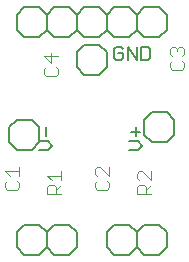
<source format=gto>
G75*
G70*
%OFA0B0*%
%FSLAX24Y24*%
%IPPOS*%
%LPD*%
%AMOC8*
5,1,8,0,0,1.08239X$1,22.5*
%
%ADD10C,0.0040*%
%ADD11C,0.0060*%
%ADD12C,0.0050*%
D10*
X001701Y002621D02*
X001701Y002851D01*
X001778Y002928D01*
X001931Y002928D01*
X002008Y002851D01*
X002008Y002621D01*
X002008Y002774D02*
X002161Y002928D01*
X002161Y003081D02*
X002161Y003388D01*
X002161Y003235D02*
X001701Y003235D01*
X001855Y003081D01*
X001701Y002621D02*
X002161Y002621D01*
X003301Y002847D02*
X003378Y002771D01*
X003685Y002771D01*
X003761Y002847D01*
X003761Y003001D01*
X003685Y003078D01*
X003761Y003231D02*
X003455Y003538D01*
X003378Y003538D01*
X003301Y003461D01*
X003301Y003308D01*
X003378Y003231D01*
X003378Y003078D02*
X003301Y003001D01*
X003301Y002847D01*
X003761Y003231D02*
X003761Y003538D01*
X004701Y003311D02*
X004701Y003158D01*
X004778Y003081D01*
X004778Y002928D02*
X004931Y002928D01*
X005008Y002851D01*
X005008Y002621D01*
X005008Y002774D02*
X005161Y002928D01*
X005161Y003081D02*
X004855Y003388D01*
X004778Y003388D01*
X004701Y003311D01*
X004778Y002928D02*
X004701Y002851D01*
X004701Y002621D01*
X005161Y002621D01*
X005161Y003081D02*
X005161Y003388D01*
X005878Y006771D02*
X006185Y006771D01*
X006261Y006847D01*
X006261Y007001D01*
X006185Y007078D01*
X006185Y007231D02*
X006261Y007308D01*
X006261Y007461D01*
X006185Y007538D01*
X006108Y007538D01*
X006031Y007461D01*
X006031Y007385D01*
X006031Y007461D02*
X005955Y007538D01*
X005878Y007538D01*
X005801Y007461D01*
X005801Y007308D01*
X005878Y007231D01*
X005878Y007078D02*
X005801Y007001D01*
X005801Y006847D01*
X005878Y006771D01*
X002061Y006780D02*
X002061Y006627D01*
X001985Y006550D01*
X001678Y006550D01*
X001601Y006627D01*
X001601Y006780D01*
X001678Y006857D01*
X001831Y007010D02*
X001831Y007317D01*
X001601Y007241D02*
X001831Y007010D01*
X001985Y006857D02*
X002061Y006780D01*
X002061Y007241D02*
X001601Y007241D01*
X000761Y003538D02*
X000761Y003231D01*
X000761Y003385D02*
X000301Y003385D01*
X000455Y003231D01*
X000378Y003078D02*
X000301Y003001D01*
X000301Y002847D01*
X000378Y002771D01*
X000685Y002771D01*
X000761Y002847D01*
X000761Y003001D01*
X000685Y003078D01*
D11*
X000681Y000851D02*
X000931Y000601D01*
X001431Y000601D01*
X001681Y000851D01*
X001931Y000601D01*
X002431Y000601D01*
X002681Y000851D01*
X002681Y001351D01*
X002431Y001601D01*
X001931Y001601D01*
X001681Y001351D01*
X001681Y000851D01*
X001681Y001351D02*
X001431Y001601D01*
X000931Y001601D01*
X000681Y001351D01*
X000681Y000851D01*
X000681Y004101D02*
X001181Y004101D01*
X001431Y004351D01*
X001431Y004851D01*
X001181Y005101D01*
X000681Y005101D01*
X000431Y004851D01*
X000431Y004351D01*
X000681Y004101D01*
X002931Y006601D02*
X002681Y006851D01*
X002681Y007351D01*
X002931Y007601D01*
X003431Y007601D01*
X003681Y007351D01*
X003681Y006851D01*
X003431Y006601D01*
X002931Y006601D01*
X002931Y007851D02*
X002681Y008101D01*
X002431Y007851D01*
X001931Y007851D01*
X001681Y008101D01*
X001431Y007851D01*
X000931Y007851D01*
X000681Y008101D01*
X000681Y008601D01*
X000931Y008851D01*
X001431Y008851D01*
X001681Y008601D01*
X001931Y008851D01*
X002431Y008851D01*
X002681Y008601D01*
X002681Y008101D01*
X002931Y007851D02*
X003431Y007851D01*
X003681Y008101D01*
X003931Y007851D01*
X004431Y007851D01*
X004681Y008101D01*
X004931Y007851D01*
X005431Y007851D01*
X005681Y008101D01*
X005681Y008601D01*
X005431Y008851D01*
X004931Y008851D01*
X004681Y008601D01*
X004681Y008101D01*
X004681Y008601D02*
X004431Y008851D01*
X003931Y008851D01*
X003681Y008601D01*
X003681Y008101D01*
X003681Y008601D02*
X003431Y008851D01*
X002931Y008851D01*
X002681Y008601D01*
X001681Y008601D02*
X001681Y008101D01*
X004931Y005101D02*
X004931Y004601D01*
X005181Y004351D01*
X005681Y004351D01*
X005931Y004601D01*
X005931Y005101D01*
X005681Y005351D01*
X005181Y005351D01*
X004931Y005101D01*
X004931Y001601D02*
X005431Y001601D01*
X005681Y001351D01*
X005681Y000851D01*
X005431Y000601D01*
X004931Y000601D01*
X004681Y000851D01*
X004431Y000601D01*
X003931Y000601D01*
X003681Y000851D01*
X003681Y001351D01*
X003931Y001601D01*
X004431Y001601D01*
X004681Y001351D01*
X004931Y001601D01*
X004681Y001351D02*
X004681Y000851D01*
D12*
X004726Y004096D02*
X004426Y004096D01*
X004426Y004396D02*
X004726Y004396D01*
X004876Y004246D01*
X004726Y004096D01*
X004651Y004556D02*
X004651Y004856D01*
X004501Y004706D02*
X004801Y004706D01*
X004847Y007096D02*
X005072Y007096D01*
X005147Y007171D01*
X005147Y007471D01*
X005072Y007546D01*
X004847Y007546D01*
X004847Y007096D01*
X004687Y007096D02*
X004687Y007546D01*
X004387Y007546D02*
X004687Y007096D01*
X004387Y007096D02*
X004387Y007546D01*
X004227Y007471D02*
X004152Y007546D01*
X004001Y007546D01*
X003926Y007471D01*
X003926Y007171D01*
X004001Y007096D01*
X004152Y007096D01*
X004227Y007171D01*
X004227Y007321D01*
X004077Y007321D01*
X001726Y004396D02*
X001876Y004246D01*
X001726Y004096D01*
X001426Y004096D01*
X001426Y004396D02*
X001726Y004396D01*
X001651Y004556D02*
X001651Y004856D01*
M02*

</source>
